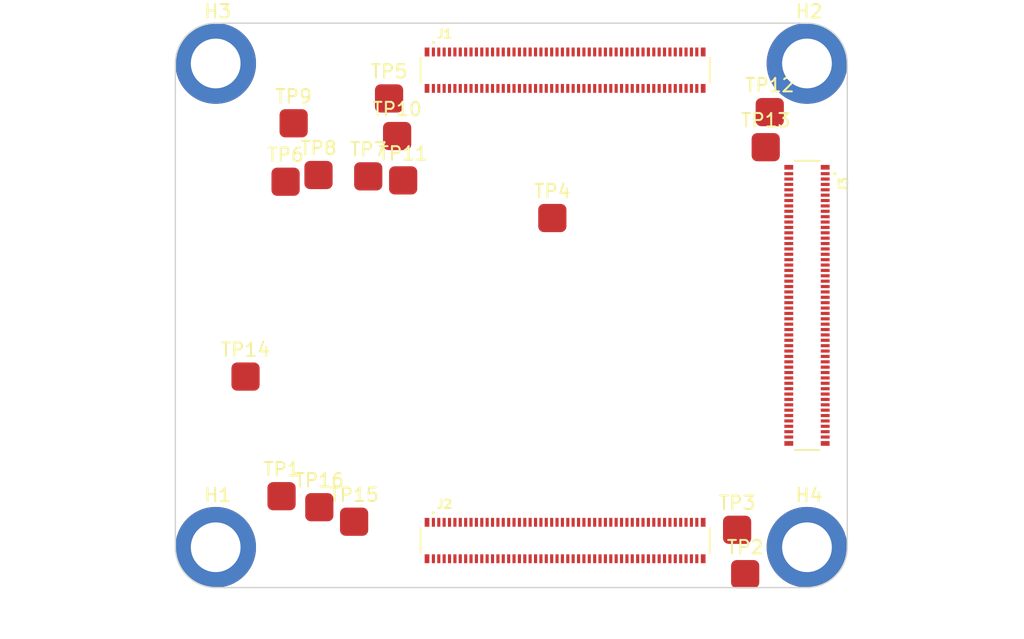
<source format=kicad_pcb>
(kicad_pcb (version 20240108) (generator "pcbnew") (generator_version "8.0")
  (layers (0 "F.Cu" signal) (31 "B.Cu" signal) (34 "B.Paste" user) (35 "F.Paste" user) (36 "B.SilkS" user "B.Silkscreen") (37 "F.SilkS" user "F.Silkscreen") (38 "B.Mask" user) (39 "F.Mask" user) (44 "Edge.Cuts" user))
  (net 0 "")
  (footprint "Pogo_Pin_2mm_Base" (layer "F.Cu") (at 151.43 100.23)
    (property "Reference" "TP13" (at 0 -2 0) (layer "F.SilkS"))
    (property "Value" "Pogo_Pin_2mm_Base")
    (pad "1" smd roundrect (at 0 0) (size 2.1 2.1) (layers "F.Cu" "F.Paste" "F.Mask") (roundrect_rratio 0.2))
  )
  (footprint "Pogo_Pin_2mm_Base" (layer "F.Cu") (at 151.73 97.62)
    (property "Reference" "TP12" (at 0 -2 0) (layer "F.SilkS"))
    (property "Value" "Pogo_Pin_2mm_Base")
    (pad "1" smd roundrect (at 0 0) (size 2.1 2.1) (layers "F.Cu" "F.Paste" "F.Mask") (roundrect_rratio 0.2))
  )
  (footprint "Pogo_Pin_2mm_Base" (layer "F.Cu") (at 118.15 102.3)
    (property "Reference" "TP8" (at 0 -2 0) (layer "F.SilkS"))
    (property "Value" "Pogo_Pin_2mm_Base")
    (pad "1" smd roundrect (at 0 0) (size 2.1 2.1) (layers "F.Cu" "F.Paste" "F.Mask") (roundrect_rratio 0.2))
  )
  (footprint "Pogo_Pin_2mm_Base" (layer "F.Cu") (at 124.45 102.7)
    (property "Reference" "TP11" (at 0 -2 0) (layer "F.SilkS"))
    (property "Value" "Pogo_Pin_2mm_Base")
    (pad "1" smd roundrect (at 0 0) (size 2.1 2.1) (layers "F.Cu" "F.Paste" "F.Mask") (roundrect_rratio 0.2))
  )
  (footprint "Standoff_M2.5x3mm__Wurth_9774030151R" (layer "F.Cu") (at 154.5 130)
    (property "Reference" "H4" (at 0.15 -3.875 0) (layer "F.SilkS"))
    (property "Value" "Standoff_M2.5x3mm__Wurth_9774030151R")
    (pad "" np_thru_hole circle (at 0 0) (size 6 6) (drill 3.7) (layers "F&B.Cu" "*.Mask"))
  )
  (footprint "Pogo_Pin_2mm_Base" (layer "F.Cu") (at 135.55 105.5)
    (property "Reference" "TP4" (at 0 -2 0) (layer "F.SilkS"))
    (property "Value" "Pogo_Pin_2mm_Base")
    (pad "1" smd roundrect (at 0 0) (size 2.1 2.1) (layers "F.Cu" "F.Paste" "F.Mask") (roundrect_rratio 0.2))
  )
  (footprint "HRS_DF40C-100DP-0.4V_51_" (layer "F.Cu") (at 154.5 112 -90)
    (property "Reference" "J3" (at -8.978 -2.7064 -90) (layer "F.SilkS") (effects (font (size 0.64 0.64))))
    (property "Value" "HRS_DF40C-100DP-0.4V_51_")
    (fp_line (start -10.76 0.925) (end -10.76 -0.925) (stroke (width 0.127)) (layer "F.SilkS"))
    (fp_line (start 10.76 -0.925) (end 10.76 0.925) (stroke (width 0.127)) (layer "F.SilkS"))
    (fp_circle (center -9.8 -2.065) (end -9.74 -2.065) (stroke (width 0.12)) (fill none) (layer "F.SilkS"))
    (pad "1" smd rect (at -9.8 -1.355 270) (size 0.23 0.66) (layers "F.Cu" "F.Paste" "F.Mask"))
    (pad "2" smd rect (at -9.8 1.355 270) (size 0.23 0.66) (layers "F.Cu" "F.Paste" "F.Mask"))
    (pad "3" smd rect (at -9.4 -1.355 270) (size 0.23 0.66) (layers "F.Cu" "F.Paste" "F.Mask"))
    (pad "4" smd rect (at -9.4 1.355 270) (size 0.23 0.66) (layers "F.Cu" "F.Paste" "F.Mask"))
    (pad "5" smd rect (at -9 -1.355 270) (size 0.23 0.66) (layers "F.Cu" "F.Paste" "F.Mask"))
    (pad "6" smd rect (at -9 1.355 270) (size 0.23 0.66) (layers "F.Cu" "F.Paste" "F.Mask"))
    (pad "7" smd rect (at -8.6 -1.355 270) (size 0.23 0.66) (layers "F.Cu" "F.Paste" "F.Mask"))
    (pad "8" smd rect (at -8.6 1.355 270) (size 0.23 0.66) (layers "F.Cu" "F.Paste" "F.Mask"))
    (pad "9" smd rect (at -8.2 -1.355 270) (size 0.23 0.66) (layers "F.Cu" "F.Paste" "F.Mask"))
    (pad "10" smd rect (at -8.2 1.355 270) (size 0.23 0.66) (layers "F.Cu" "F.Paste" "F.Mask"))
    (pad "11" smd rect (at -7.8 -1.355 270) (size 0.23 0.66) (layers "F.Cu" "F.Paste" "F.Mask"))
    (pad "12" smd rect (at -7.8 1.355 270) (size 0.23 0.66) (layers "F.Cu" "F.Paste" "F.Mask"))
    (pad "13" smd rect (at -7.4 -1.355 270) (size 0.23 0.66) (layers "F.Cu" "F.Paste" "F.Mask"))
    (pad "14" smd rect (at -7.4 1.355 270) (size 0.23 0.66) (layers "F.Cu" "F.Paste" "F.Mask"))
    (pad "15" smd rect (at -7 -1.355 270) (size 0.23 0.66) (layers "F.Cu" "F.Paste" "F.Mask"))
    (pad "16" smd rect (at -7 1.355 270) (size 0.23 0.66) (layers "F.Cu" "F.Paste" "F.Mask"))
    (pad "17" smd rect (at -6.6 -1.355 270) (size 0.23 0.66) (layers "F.Cu" "F.Paste" "F.Mask"))
    (pad "18" smd rect (at -6.6 1.355 270) (size 0.23 0.66) (layers "F.Cu" "F.Paste" "F.Mask"))
    (pad "19" smd rect (at -6.2 -1.355 270) (size 0.23 0.66) (layers "F.Cu" "F.Paste" "F.Mask"))
    (pad "20" smd rect (at -6.2 1.355 270) (size 0.23 0.66) (layers "F.Cu" "F.Paste" "F.Mask"))
    (pad "21" smd rect (at -5.8 -1.355 270) (size 0.23 0.66) (layers "F.Cu" "F.Paste" "F.Mask"))
    (pad "22" smd rect (at -5.8 1.355 270) (size 0.23 0.66) (layers "F.Cu" "F.Paste" "F.Mask"))
    (pad "23" smd rect (at -5.4 -1.355 270) (size 0.23 0.66) (layers "F.Cu" "F.Paste" "F.Mask"))
    (pad "24" smd rect (at -5.4 1.355 270) (size 0.23 0.66) (layers "F.Cu" "F.Paste" "F.Mask"))
    (pad "25" smd rect (at -5 -1.355 270) (size 0.23 0.66) (layers "F.Cu" "F.Paste" "F.Mask"))
    (pad "26" smd rect (at -5 1.355 270) (size 0.23 0.66) (layers "F.Cu" "F.Paste" "F.Mask"))
    (pad "27" smd rect (at -4.6 -1.355 270) (size 0.23 0.66) (layers "F.Cu" "F.Paste" "F.Mask"))
    (pad "28" smd rect (at -4.6 1.355 270) (size 0.23 0.66) (layers "F.Cu" "F.Paste" "F.Mask"))
    (pad "29" smd rect (at -4.2 -1.355 270) (size 0.23 0.66) (layers "F.Cu" "F.Paste" "F.Mask"))
    (pad "30" smd rect (at -4.2 1.355 270) (size 0.23 0.66) (layers "F.Cu" "F.Paste" "F.Mask"))
    (pad "31" smd rect (at -3.8 -1.355 270) (size 0.23 0.66) (layers "F.Cu" "F.Paste" "F.Mask"))
    (pad "32" smd rect (at -3.8 1.355 270) (size 0.23 0.66) (layers "F.Cu" "F.Paste" "F.Mask"))
    (pad "33" smd rect (at -3.4 -1.355 270) (size 0.23 0.66) (layers "F.Cu" "F.Paste" "F.Mask"))
    (pad "34" smd rect (at -3.4 1.355 270) (size 0.23 0.66) (layers "F.Cu" "F.Paste" "F.Mask"))
    (pad "35" smd rect (at -3 -1.355 270) (size 0.23 0.66) (layers "F.Cu" "F.Paste" "F.Mask"))
    (pad "36" smd rect (at -3 1.355 270) (size 0.23 0.66) (layers "F.Cu" "F.Paste" "F.Mask"))
    (pad "37" smd rect (at -2.6 -1.355 270) (size 0.23 0.66) (layers "F.Cu" "F.Paste" "F.Mask"))
    (pad "38" smd rect (at -2.6 1.355 270) (size 0.23 0.66) (layers "F.Cu" "F.Paste" "F.Mask"))
    (pad "39" smd rect (at -2.2 -1.355 270) (size 0.23 0.66) (layers "F.Cu" "F.Paste" "F.Mask"))
    (pad "40" smd rect (at -2.2 1.355 270) (size 0.23 0.66) (layers "F.Cu" "F.Paste" "F.Mask"))
    (pad "41" smd rect (at -1.8 -1.355 270) (size 0.23 0.66) (layers "F.Cu" "F.Paste" "F.Mask"))
    (pad "42" smd rect (at -1.8 1.355 270) (size 0.23 0.66) (layers "F.Cu" "F.Paste" "F.Mask"))
    (pad "43" smd rect (at -1.4 -1.355 270) (size 0.23 0.66) (layers "F.Cu" "F.Paste" "F.Mask"))
    (pad "44" smd rect (at -1.4 1.355 270) (size 0.23 0.66) (layers "F.Cu" "F.Paste" "F.Mask"))
    (pad "45" smd rect (at -1 -1.355 270) (size 0.23 0.66) (layers "F.Cu" "F.Paste" "F.Mask"))
    (pad "46" smd rect (at -1 1.355 270) (size 0.23 0.66) (layers "F.Cu" "F.Paste" "F.Mask"))
    (pad "47" smd rect (at -0.6 -1.355 270) (size 0.23 0.66) (layers "F.Cu" "F.Paste" "F.Mask"))
    (pad "48" smd rect (at -0.6 1.355 270) (size 0.23 0.66) (layers "F.Cu" "F.Paste" "F.Mask"))
    (pad "49" smd rect (at -0.2 -1.355 270) (size 0.23 0.66) (layers "F.Cu" "F.Paste" "F.Mask"))
    (pad "50" smd rect (at -0.2 1.355 270) (size 0.23 0.66) (layers "F.Cu" "F.Paste" "F.Mask"))
    (pad "51" smd rect (at 0.2 -1.355 270) (size 0.23 0.66) (layers "F.Cu" "F.Paste" "F.Mask"))
    (pad "52" smd rect (at 0.2 1.355 270) (size 0.23 0.66) (layers "F.Cu" "F.Paste" "F.Mask"))
    (pad "53" smd rect (at 0.6 -1.355 270) (size 0.23 0.66) (layers "F.Cu" "F.Paste" "F.Mask"))
    (pad "54" smd rect (at 0.6 1.355 270) (size 0.23 0.66) (layers "F.Cu" "F.Paste" "F.Mask"))
    (pad "55" smd rect (at 1 -1.355 270) (size 0.23 0.66) (layers "F.Cu" "F.Paste" "F.Mask"))
    (pad "56" smd rect (at 1 1.355 270) (size 0.23 0.66) (layers "F.Cu" "F.Paste" "F.Mask"))
    (pad "57" smd rect (at 1.4 -1.355 270) (size 0.23 0.66) (layers "F.Cu" "F.Paste" "F.Mask"))
    (pad "58" smd rect (at 1.4 1.355 270) (size 0.23 0.66) (layers "F.Cu" "F.Paste" "F.Mask"))
    (pad "59" smd rect (at 1.8 -1.355 270) (size 0.23 0.66) (layers "F.Cu" "F.Paste" "F.Mask"))
    (pad "60" smd rect (at 1.8 1.355 270) (size 0.23 0.66) (layers "F.Cu" "F.Paste" "F.Mask"))
    (pad "61" smd rect (at 2.2 -1.355 270) (size 0.23 0.66) (layers "F.Cu" "F.Paste" "F.Mask"))
    (pad "62" smd rect (at 2.2 1.355 270) (size 0.23 0.66) (layers "F.Cu" "F.Paste" "F.Mask"))
    (pad "63" smd rect (at 2.6 -1.355 270) (size 0.23 0.66) (layers "F.Cu" "F.Paste" "F.Mask"))
    (pad "64" smd rect (at 2.6 1.355 270) (size 0.23 0.66) (layers "F.Cu" "F.Paste" "F.Mask"))
    (pad "65" smd rect (at 3 -1.355 270) (size 0.23 0.66) (layers "F.Cu" "F.Paste" "F.Mask"))
    (pad "66" smd rect (at 3 1.355 270) (size 0.23 0.66) (layers "F.Cu" "F.Paste" "F.Mask"))
    (pad "67" smd rect (at 3.4 -1.355 270) (size 0.23 0.66) (layers "F.Cu" "F.Paste" "F.Mask"))
    (pad "68" smd rect (at 3.4 1.355 270) (size 0.23 0.66) (layers "F.Cu" "F.Paste" "F.Mask"))
    (pad "69" smd rect (at 3.8 -1.355 270) (size 0.23 0.66) (layers "F.Cu" "F.Paste" "F.Mask"))
    (pad "70" smd rect (at 3.8 1.355 270) (size 0.23 0.66) (layers "F.Cu" "F.Paste" "F.Mask"))
    (pad "71" smd rect (at 4.2 -1.355 270) (size 0.23 0.66) (layers "F.Cu" "F.Paste" "F.Mask"))
    (pad "72" smd rect (at 4.2 1.355 270) (size 0.23 0.66) (layers "F.Cu" "F.Paste" "F.Mask"))
    (pad "73" smd rect (at 4.6 -1.355 270) (size 0.23 0.66) (layers "F.Cu" "F.Paste" "F.Mask"))
    (pad "74" smd rect (at 4.6 1.355 270) (size 0.23 0.66) (layers "F.Cu" "F.Paste" "F.Mask"))
    (pad "75" smd rect (at 5 -1.355 270) (size 0.23 0.66) (layers "F.Cu" "F.Paste" "F.Mask"))
    (pad "76" smd rect (at 5 1.355 270) (size 0.23 0.66) (layers "F.Cu" "F.Paste" "F.Mask"))
    (pad "77" smd rect (at 5.4 -1.355 270) (size 0.23 0.66) (layers "F.Cu" "F.Paste" "F.Mask"))
    (pad "78" smd rect (at 5.4 1.355 270) (size 0.23 0.66) (layers "F.Cu" "F.Paste" "F.Mask"))
    (pad "79" smd rect (at 5.8 -1.355 270) (size 0.23 0.66) (layers "F.Cu" "F.Paste" "F.Mask"))
    (pad "80" smd rect (at 5.8 1.355 270) (size 0.23 0.66) (layers "F.Cu" "F.Paste" "F.Mask"))
    (pad "81" smd rect (at 6.2 -1.355 270) (size 0.23 0.66) (layers "F.Cu" "F.Paste" "F.Mask"))
    (pad "82" smd rect (at 6.2 1.355 270) (size 0.23 0.66) (layers "F.Cu" "F.Paste" "F.Mask"))
    (pad "83" smd rect (at 6.6 -1.355 270) (size 0.23 0.66) (layers "F.Cu" "F.Paste" "F.Mask"))
    (pad "84" smd rect (at 6.6 1.355 270) (size 0.23 0.66) (layers "F.Cu" "F.Paste" "F.Mask"))
    (pad "85" smd rect (at 7 -1.355 270) (size 0.23 0.66) (layers "F.Cu" "F.Paste" "F.Mask"))
    (pad "86" smd rect (at 7 1.355 270) (size 0.23 0.66) (layers "F.Cu" "F.Paste" "F.Mask"))
    (pad "87" smd rect (at 7.4 -1.355 270) (size 0.23 0.66) (layers "F.Cu" "F.Paste" "F.Mask"))
    (pad "88" smd rect (at 7.4 1.355 270) (size 0.23 0.66) (layers "F.Cu" "F.Paste" "F.Mask"))
    (pad "89" smd rect (at 7.8 -1.355 270) (size 0.23 0.66) (layers "F.Cu" "F.Paste" "F.Mask"))
    (pad "90" smd rect (at 7.8 1.355 270) (size 0.23 0.66) (layers "F.Cu" "F.Paste" "F.Mask"))
    (pad "91" smd rect (at 8.2 -1.355 270) (size 0.23 0.66) (layers "F.Cu" "F.Paste" "F.Mask"))
    (pad "92" smd rect (at 8.2 1.355 270) (size 0.23 0.66) (layers "F.Cu" "F.Paste" "F.Mask"))
    (pad "93" smd rect (at 8.6 -1.355 270) (size 0.23 0.66) (layers "F.Cu" "F.Paste" "F.Mask"))
    (pad "94" smd rect (at 8.6 1.355 270) (size 0.23 0.66) (layers "F.Cu" "F.Paste" "F.Mask"))
    (pad "95" smd rect (at 9 -1.355 270) (size 0.23 0.66) (layers "F.Cu" "F.Paste" "F.Mask"))
    (pad "96" smd rect (at 9 1.355 270) (size 0.23 0.66) (layers "F.Cu" "F.Paste" "F.Mask"))
    (pad "97" smd rect (at 9.4 -1.355 270) (size 0.23 0.66) (layers "F.Cu" "F.Paste" "F.Mask"))
    (pad "98" smd rect (at 9.4 1.355 270) (size 0.23 0.66) (layers "F.Cu" "F.Paste" "F.Mask"))
    (pad "99" smd rect (at 9.8 -1.355 270) (size 0.23 0.66) (layers "F.Cu" "F.Paste" "F.Mask"))
    (pad "100" smd rect (at 9.8 1.355 270) (size 0.23 0.66) (layers "F.Cu" "F.Paste" "F.Mask"))
    (pad "S1" smd rect (at -10.275 -1.355 270) (size 0.35 0.66) (layers "F.Cu" "F.Paste" "F.Mask"))
    (pad "S2" smd rect (at -10.275 1.355 270) (size 0.35 0.66) (layers "F.Cu" "F.Paste" "F.Mask"))
    (pad "S3" smd rect (at 10.275 -1.355 270) (size 0.35 0.66) (layers "F.Cu" "F.Paste" "F.Mask"))
    (pad "S4" smd rect (at 10.275 1.355 270) (size 0.35 0.66) (layers "F.Cu" "F.Paste" "F.Mask"))
  )
  (footprint "Pogo_Pin_2mm_Base" (layer "F.Cu") (at 115.7 102.8)
    (property "Reference" "TP6" (at 0 -2 0) (layer "F.SilkS"))
    (property "Value" "Pogo_Pin_2mm_Base")
    (pad "1" smd roundrect (at 0 0) (size 2.1 2.1) (layers "F.Cu" "F.Paste" "F.Mask") (roundrect_rratio 0.2))
  )
  (footprint "Pogo_Pin_2mm_Base" (layer "F.Cu") (at 149.9 132)
    (property "Reference" "TP2" (at 0 -2 0) (layer "F.SilkS"))
    (property "Value" "Pogo_Pin_2mm_Base")
    (pad "1" smd roundrect (at 0 0) (size 2.1 2.1) (layers "F.Cu" "F.Paste" "F.Mask") (roundrect_rratio 0.2))
  )
  (footprint "Pogo_Pin_2mm_Base" (layer "F.Cu") (at 115.4 126.2)
    (property "Reference" "TP1" (at 0 -2 0) (layer "F.SilkS"))
    (property "Value" "Pogo_Pin_2mm_Base")
    (pad "1" smd roundrect (at 0 0) (size 2.1 2.1) (layers "F.Cu" "F.Paste" "F.Mask") (roundrect_rratio 0.2))
  )
  (footprint "Pogo_Pin_2mm_Base" (layer "F.Cu") (at 123.4 96.6)
    (property "Reference" "TP5" (at 0 -2 0) (layer "F.SilkS"))
    (property "Value" "Pogo_Pin_2mm_Base")
    (pad "1" smd roundrect (at 0 0) (size 2.1 2.1) (layers "F.Cu" "F.Paste" "F.Mask") (roundrect_rratio 0.2))
  )
  (footprint "Standoff_M2.5x3mm__Wurth_9774030151R" (layer "F.Cu") (at 110.5 94)
    (property "Reference" "H3" (at 0.15 -3.875 0) (layer "F.SilkS"))
    (property "Value" "Standoff_M2.5x3mm__Wurth_9774030151R")
    (pad "" np_thru_hole circle (at 0 0) (size 6 6) (drill 3.7) (layers "F&B.Cu" "*.Mask"))
  )
  (footprint "Pogo_Pin_2mm_Base" (layer "F.Cu") (at 118.21 127.02)
    (property "Reference" "TP16" (at 0 -2 0) (layer "F.SilkS"))
    (property "Value" "Pogo_Pin_2mm_Base")
    (pad "1" smd roundrect (at 0 0) (size 2.1 2.1) (layers "F.Cu" "F.Paste" "F.Mask") (roundrect_rratio 0.2))
  )
  (footprint "Pogo_Pin_2mm_Base" (layer "F.Cu") (at 120.8 128.1)
    (property "Reference" "TP15" (at 0 -2 0) (layer "F.SilkS"))
    (property "Value" "Pogo_Pin_2mm_Base")
    (pad "1" smd roundrect (at 0 0) (size 2.1 2.1) (layers "F.Cu" "F.Paste" "F.Mask") (roundrect_rratio 0.2))
  )
  (footprint "Standoff_M2.5x3mm__Wurth_9774030151R" (layer "F.Cu") (at 154.5 94)
    (property "Reference" "H2" (at 0.15 -3.875 0) (layer "F.SilkS"))
    (property "Value" "Standoff_M2.5x3mm__Wurth_9774030151R")
    (pad "" np_thru_hole circle (at 0 0) (size 6 6) (drill 3.7) (layers "F&B.Cu" "*.Mask"))
  )
  (footprint "HRS_DF40C-100DP-0.4V_51_" (layer "F.Cu") (at 136.5 129.5)
    (property "Reference" "J2" (at -8.978 -2.7064 0) (layer "F.SilkS") (effects (font (size 0.64 0.64))))
    (property "Value" "HRS_DF40C-100DP-0.4V_51_")
    (fp_line (start -10.76 0.925) (end -10.76 -0.925) (stroke (width 0.127)) (layer "F.SilkS"))
    (fp_line (start 10.76 -0.925) (end 10.76 0.925) (stroke (width 0.127)) (layer "F.SilkS"))
    (fp_circle (center -9.8 -2.065) (end -9.74 -2.065) (stroke (width 0.12)) (fill none) (layer "F.SilkS"))
    (pad "1" smd rect (at -9.8 -1.355) (size 0.23 0.66) (layers "F.Cu" "F.Paste" "F.Mask"))
    (pad "2" smd rect (at -9.8 1.355) (size 0.23 0.66) (layers "F.Cu" "F.Paste" "F.Mask"))
    (pad "3" smd rect (at -9.4 -1.355) (size 0.23 0.66) (layers "F.Cu" "F.Paste" "F.Mask"))
    (pad "4" smd rect (at -9.4 1.355) (size 0.23 0.66) (layers "F.Cu" "F.Paste" "F.Mask"))
    (pad "5" smd rect (at -9 -1.355) (size 0.23 0.66) (layers "F.Cu" "F.Paste" "F.Mask"))
    (pad "6" smd rect (at -9 1.355) (size 0.23 0.66) (layers "F.Cu" "F.Paste" "F.Mask"))
    (pad "7" smd rect (at -8.6 -1.355) (size 0.23 0.66) (layers "F.Cu" "F.Paste" "F.Mask"))
    (pad "8" smd rect (at -8.6 1.355) (size 0.23 0.66) (layers "F.Cu" "F.Paste" "F.Mask"))
    (pad "9" smd rect (at -8.2 -1.355) (size 0.23 0.66) (layers "F.Cu" "F.Paste" "F.Mask"))
    (pad "10" smd rect (at -8.2 1.355) (size 0.23 0.66) (layers "F.Cu" "F.Paste" "F.Mask"))
    (pad "11" smd rect (at -7.8 -1.355) (size 0.23 0.66) (layers "F.Cu" "F.Paste" "F.Mask"))
    (pad "12" smd rect (at -7.8 1.355) (size 0.23 0.66) (layers "F.Cu" "F.Paste" "F.Mask"))
    (pad "13" smd rect (at -7.4 -1.355) (size 0.23 0.66) (layers "F.Cu" "F.Paste" "F.Mask"))
    (pad "14" smd rect (at -7.4 1.355) (size 0.23 0.66) (layers "F.Cu" "F.Paste" "F.Mask"))
    (pad "15" smd rect (at -7 -1.355) (size 0.23 0.66) (layers "F.Cu" "F.Paste" "F.Mask"))
    (pad "16" smd rect (at -7 1.355) (size 0.23 0.66) (layers "F.Cu" "F.Paste" "F.Mask"))
    (pad "17" smd rect (at -6.6 -1.355) (size 0.23 0.66) (layers "F.Cu" "F.Paste" "F.Mask"))
    (pad "18" smd rect (at -6.6 1.355) (size 0.23 0.66) (layers "F.Cu" "F.Paste" "F.Mask"))
    (pad "19" smd rect (at -6.2 -1.355) (size 0.23 0.66) (layers "F.Cu" "F.Paste" "F.Mask"))
    (pad "20" smd rect (at -6.2 1.355) (size 0.23 0.66) (layers "F.Cu" "F.Paste" "F.Mask"))
    (pad "21" smd rect (at -5.8 -1.355) (size 0.23 0.66) (layers "F.Cu" "F.Paste" "F.Mask"))
    (pad "22" smd rect (at -5.8 1.355) (size 0.23 0.66) (layers "F.Cu" "F.Paste" "F.Mask"))
    (pad "23" smd rect (at -5.4 -1.355) (size 0.23 0.66) (layers "F.Cu" "F.Paste" "F.Mask"))
    (pad "24" smd rect (at -5.4 1.355) (size 0.23 0.66) (layers "F.Cu" "F.Paste" "F.Mask"))
    (pad "25" smd rect (at -5 -1.355) (size 0.23 0.66) (layers "F.Cu" "F.Paste" "F.Mask"))
    (pad "26" smd rect (at -5 1.355) (size 0.23 0.66) (layers "F.Cu" "F.Paste" "F.Mask"))
    (pad "27" smd rect (at -4.6 -1.355) (size 0.23 0.66) (layers "F.Cu" "F.Paste" "F.Mask"))
    (pad "28" smd rect (at -4.6 1.355) (size 0.23 0.66) (layers "F.Cu" "F.Paste" "F.Mask"))
    (pad "29" smd rect (at -4.2 -1.355) (size 0.23 0.66) (layers "F.Cu" "F.Paste" "F.Mask"))
    (pad "30" smd rect (at -4.2 1.355) (size 0.23 0.66) (layers "F.Cu" "F.Paste" "F.Mask"))
    (pad "31" smd rect (at -3.8 -1.355) (size 0.23 0.66) (layers "F.Cu" "F.Paste" "F.Mask"))
    (pad "32" smd rect (at -3.8 1.355) (size 0.23 0.66) (layers "F.Cu" "F.Paste" "F.Mask"))
    (pad "33" smd rect (at -3.4 -1.355) (size 0.23 0.66) (layers "F.Cu" "F.Paste" "F.Mask"))
    (pad "34" smd rect (at -3.4 1.355) (size 0.23 0.66) (layers "F.Cu" "F.Paste" "F.Mask"))
    (pad "35" smd rect (at -3 -1.355) (size 0.23 0.66) (layers "F.Cu" "F.Paste" "F.Mask"))
    (pad "36" smd rect (at -3 1.355) (size 0.23 0.66) (layers "F.Cu" "F.Paste" "F.Mask"))
    (pad "37" smd rect (at -2.6 -1.355) (size 0.23 0.66) (layers "F.Cu" "F.Paste" "F.Mask"))
    (pad "38" smd rect (at -2.6 1.355) (size 0.23 0.66) (layers "F.Cu" "F.Paste" "F.Mask"))
    (pad "39" smd rect (at -2.2 -1.355) (size 0.23 0.66) (layers "F.Cu" "F.Paste" "F.Mask"))
    (pad "40" smd rect (at -2.2 1.355) (size 0.23 0.66) (layers "F.Cu" "F.Paste" "F.Mask"))
    (pad "41" smd rect (at -1.8 -1.355) (size 0.23 0.66) (layers "F.Cu" "F.Paste" "F.Mask"))
    (pad "42" smd rect (at -1.8 1.355) (size 0.23 0.66) (layers "F.Cu" "F.Paste" "F.Mask"))
    (pad "43" smd rect (at -1.4 -1.355) (size 0.23 0.66) (layers "F.Cu" "F.Paste" "F.Mask"))
    (pad "44" smd rect (at -1.4 1.355) (size 0.23 0.66) (layers "F.Cu" "F.Paste" "F.Mask"))
    (pad "45" smd rect (at -1 -1.355) (size 0.23 0.66) (layers "F.Cu" "F.Paste" "F.Mask"))
    (pad "46" smd rect (at -1 1.355) (size 0.23 0.66) (layers "F.Cu" "F.Paste" "F.Mask"))
    (pad "47" smd rect (at -0.6 -1.355) (size 0.23 0.66) (layers "F.Cu" "F.Paste" "F.Mask"))
    (pad "48" smd rect (at -0.6 1.355) (size 0.23 0.66) (layers "F.Cu" "F.Paste" "F.Mask"))
    (pad "49" smd rect (at -0.2 -1.355) (size 0.23 0.66) (layers "F.Cu" "F.Paste" "F.Mask"))
    (pad "50" smd rect (at -0.2 1.355) (size 0.23 0.66) (layers "F.Cu" "F.Paste" "F.Mask"))
    (pad "51" smd rect (at 0.2 -1.355) (size 0.23 0.66) (layers "F.Cu" "F.Paste" "F.Mask"))
    (pad "52" smd rect (at 0.2 1.355) (size 0.23 0.66) (layers "F.Cu" "F.Paste" "F.Mask"))
    (pad "53" smd rect (at 0.6 -1.355) (size 0.23 0.66) (layers "F.Cu" "F.Paste" "F.Mask"))
    (pad "54" smd rect (at 0.6 1.355) (size 0.23 0.66) (layers "F.Cu" "F.Paste" "F.Mask"))
    (pad "55" smd rect (at 1 -1.355) (size 0.23 0.66) (layers "F.Cu" "F.Paste" "F.Mask"))
    (pad "56" smd rect (at 1 1.355) (size 0.23 0.66) (layers "F.Cu" "F.Paste" "F.Mask"))
    (pad "57" smd rect (at 1.4 -1.355) (size 0.23 0.66) (layers "F.Cu" "F.Paste" "F.Mask"))
    (pad "58" smd rect (at 1.4 1.355) (size 0.23 0.66) (layers "F.Cu" "F.Paste" "F.Mask"))
    (pad "59" smd rect (at 1.8 -1.355) (size 0.23 0.66) (layers "F.Cu" "F.Paste" "F.Mask"))
    (pad "60" smd rect (at 1.8 1.355) (size 0.23 0.66) (layers "F.Cu" "F.Paste" "F.Mask"))
    (pad "61" smd rect (at 2.2 -1.355) (size 0.23 0.66) (layers "F.Cu" "F.Paste" "F.Mask"))
    (pad "62" smd rect (at 2.2 1.355) (size 0.23 0.66) (layers "F.Cu" "F.Paste" "F.Mask"))
    (pad "63" smd rect (at 2.6 -1.355) (size 0.23 0.66) (layers "F.Cu" "F.Paste" "F.Mask"))
    (pad "64" smd rect (at 2.6 1.355) (size 0.23 0.66) (layers "F.Cu" "F.Paste" "F.Mask"))
    (pad "65" smd rect (at 3 -1.355) (size 0.23 0.66) (layers "F.Cu" "F.Paste" "F.Mask"))
    (pad "66" smd rect (at 3 1.355) (size 0.23 0.66) (layers "F.Cu" "F.Paste" "F.Mask"))
    (pad "67" smd rect (at 3.4 -1.355) (size 0.23 0.66) (layers "F.Cu" "F.Paste" "F.Mask"))
    (pad "68" smd rect (at 3.4 1.355) (size 0.23 0.66) (layers "F.Cu" "F.Paste" "F.Mask"))
    (pad "69" smd rect (at 3.8 -1.355) (size 0.23 0.66) (layers "F.Cu" "F.Paste" "F.Mask"))
    (pad "70" smd rect (at 3.8 1.355) (size 0.23 0.66) (layers "F.Cu" "F.Paste" "F.Mask"))
    (pad "71" smd rect (at 4.2 -1.355) (size 0.23 0.66) (layers "F.Cu" "F.Paste" "F.Mask"))
    (pad "72" smd rect (at 4.2 1.355) (size 0.23 0.66) (layers "F.Cu" "F.Paste" "F.Mask"))
    (pad "73" smd rect (at 4.6 -1.355) (size 0.23 0.66) (layers "F.Cu" "F.Paste" "F.Mask"))
    (pad "74" smd rect (at 4.6 1.355) (size 0.23 0.66) (layers "F.Cu" "F.Paste" "F.Mask"))
    (pad "75" smd rect (at 5 -1.355) (size 0.23 0.66) (layers "F.Cu" "F.Paste" "F.Mask"))
    (pad "76" smd rect (at 5 1.355) (size 0.23 0.66) (layers "F.Cu" "F.Paste" "F.Mask"))
    (pad "77" smd rect (at 5.4 -1.355) (size 0.23 0.66) (layers "F.Cu" "F.Paste" "F.Mask"))
    (pad "78" smd rect (at 5.4 1.355) (size 0.23 0.66) (layers "F.Cu" "F.Paste" "F.Mask"))
    (pad "79" smd rect (at 5.8 -1.355) (size 0.23 0.66) (layers "F.Cu" "F.Paste" "F.Mask"))
    (pad "80" smd rect (at 5.8 1.355) (size 0.23 0.66) (layers "F.Cu" "F.Paste" "F.Mask"))
    (pad "81" smd rect (at 6.2 -1.355) (size 0.23 0.66) (layers "F.Cu" "F.Paste" "F.Mask"))
    (pad "82" smd rect (at 6.2 1.355) (size 0.23 0.66) (layers "F.Cu" "F.Paste" "F.Mask"))
    (pad "83" smd rect (at 6.6 -1.355) (size 0.23 0.66) (layers "F.Cu" "F.Paste" "F.Mask"))
    (pad "84" smd rect (at 6.6 1.355) (size 0.23 0.66) (layers "F.Cu" "F.Paste" "F.Mask"))
    (pad "85" smd rect (at 7 -1.355) (size 0.23 0.66) (layers "F.Cu" "F.Paste" "F.Mask"))
    (pad "86" smd rect (at 7 1.355) (size 0.23 0.66) (layers "F.Cu" "F.Paste" "F.Mask"))
    (pad "87" smd rect (at 7.4 -1.355) (size 0.23 0.66) (layers "F.Cu" "F.Paste" "F.Mask"))
    (pad "88" smd rect (at 7.4 1.355) (size 0.23 0.66) (layers "F.Cu" "F.Paste" "F.Mask"))
    (pad "89" smd rect (at 7.8 -1.355) (size 0.23 0.66) (layers "F.Cu" "F.Paste" "F.Mask"))
    (pad "90" smd rect (at 7.8 1.355) (size 0.23 0.66) (layers "F.Cu" "F.Paste" "F.Mask"))
    (pad "91" smd rect (at 8.2 -1.355) (size 0.23 0.66) (layers "F.Cu" "F.Paste" "F.Mask"))
    (pad "92" smd rect (at 8.2 1.355) (size 0.23 0.66) (layers "F.Cu" "F.Paste" "F.Mask"))
    (pad "93" smd rect (at 8.6 -1.355) (size 0.23 0.66) (layers "F.Cu" "F.Paste" "F.Mask"))
    (pad "94" smd rect (at 8.6 1.355) (size 0.23 0.66) (layers "F.Cu" "F.Paste" "F.Mask"))
    (pad "95" smd rect (at 9 -1.355) (size 0.23 0.66) (layers "F.Cu" "F.Paste" "F.Mask"))
    (pad "96" smd rect (at 9 1.355) (size 0.23 0.66) (layers "F.Cu" "F.Paste" "F.Mask"))
    (pad "97" smd rect (at 9.4 -1.355) (size 0.23 0.66) (layers "F.Cu" "F.Paste" "F.Mask"))
    (pad "98" smd rect (at 9.4 1.355) (size 0.23 0.66) (layers "F.Cu" "F.Paste" "F.Mask"))
    (pad "99" smd rect (at 9.8 -1.355) (size 0.23 0.66) (layers "F.Cu" "F.Paste" "F.Mask"))
    (pad "100" smd rect (at 9.8 1.355) (size 0.23 0.66) (layers "F.Cu" "F.Paste" "F.Mask"))
    (pad "S1" smd rect (at -10.275 -1.355) (size 0.35 0.66) (layers "F.Cu" "F.Paste" "F.Mask"))
    (pad "S2" smd rect (at -10.275 1.355) (size 0.35 0.66) (layers "F.Cu" "F.Paste" "F.Mask"))
    (pad "S3" smd rect (at 10.275 -1.355) (size 0.35 0.66) (layers "F.Cu" "F.Paste" "F.Mask"))
    (pad "S4" smd rect (at 10.275 1.355) (size 0.35 0.66) (layers "F.Cu" "F.Paste" "F.Mask"))
  )
  (footprint "Pogo_Pin_2mm_Base" (layer "F.Cu") (at 116.3 98.45)
    (property "Reference" "TP9" (at 0 -2 0) (layer "F.SilkS"))
    (property "Value" "Pogo_Pin_2mm_Base")
    (pad "1" smd roundrect (at 0 0) (size 2.1 2.1) (layers "F.Cu" "F.Paste" "F.Mask") (roundrect_rratio 0.2))
  )
  (footprint "Pogo_Pin_2mm_Base" (layer "F.Cu") (at 149.3 128.7)
    (property "Reference" "TP3" (at 0 -2 0) (layer "F.SilkS"))
    (property "Value" "Pogo_Pin_2mm_Base")
    (pad "1" smd roundrect (at 0 0) (size 2.1 2.1) (layers "F.Cu" "F.Paste" "F.Mask") (roundrect_rratio 0.2))
  )
  (footprint "Pogo_Pin_2mm_Base" (layer "F.Cu") (at 124 99.4)
    (property "Reference" "TP10" (at 0 -2 0) (layer "F.SilkS"))
    (property "Value" "Pogo_Pin_2mm_Base")
    (pad "1" smd roundrect (at 0 0) (size 2.1 2.1) (layers "F.Cu" "F.Paste" "F.Mask") (roundrect_rratio 0.2))
  )
  (footprint "Pogo_Pin_2mm_Base" (layer "F.Cu") (at 121.85 102.4)
    (property "Reference" "TP7" (at 0 -2 0) (layer "F.SilkS"))
    (property "Value" "Pogo_Pin_2mm_Base")
    (pad "1" smd roundrect (at 0 0) (size 2.1 2.1) (layers "F.Cu" "F.Paste" "F.Mask") (roundrect_rratio 0.2))
  )
  (footprint "Standoff_M2.5x3mm__Wurth_9774030151R" (layer "F.Cu") (at 110.5 130)
    (property "Reference" "H1" (at 0.15 -3.875 0) (layer "F.SilkS"))
    (property "Value" "Standoff_M2.5x3mm__Wurth_9774030151R")
    (pad "" np_thru_hole circle (at 0 0) (size 6 6) (drill 3.7) (layers "F&B.Cu" "*.Mask"))
  )
  (footprint "Pogo_Pin_2mm_Base" (layer "F.Cu") (at 112.72 117.3)
    (property "Reference" "TP14" (at 0 -2 0) (layer "F.SilkS"))
    (property "Value" "Pogo_Pin_2mm_Base")
    (pad "1" smd roundrect (at 0 0) (size 2.1 2.1) (layers "F.Cu" "F.Paste" "F.Mask") (roundrect_rratio 0.2))
  )
  (footprint "HRS_DF40C-100DP-0.4V_51_" (layer "F.Cu") (at 136.5 94.5)
    (property "Reference" "J1" (at -8.978 -2.7064 0) (layer "F.SilkS") (effects (font (size 0.64 0.64))))
    (property "Value" "HRS_DF40C-100DP-0.4V_51_")
    (fp_line (start -10.76 0.925) (end -10.76 -0.925) (stroke (width 0.127)) (layer "F.SilkS"))
    (fp_line (start 10.76 -0.925) (end 10.76 0.925) (stroke (width 0.127)) (layer "F.SilkS"))
    (fp_circle (center -9.8 -2.065) (end -9.74 -2.065) (stroke (width 0.12)) (fill none) (layer "F.SilkS"))
    (pad "1" smd rect (at -9.8 -1.355) (size 0.23 0.66) (layers "F.Cu" "F.Paste" "F.Mask"))
    (pad "2" smd rect (at -9.8 1.355) (size 0.23 0.66) (layers "F.Cu" "F.Paste" "F.Mask"))
    (pad "3" smd rect (at -9.4 -1.355) (size 0.23 0.66) (layers "F.Cu" "F.Paste" "F.Mask"))
    (pad "4" smd rect (at -9.4 1.355) (size 0.23 0.66) (layers "F.Cu" "F.Paste" "F.Mask"))
    (pad "5" smd rect (at -9 -1.355) (size 0.23 0.66) (layers "F.Cu" "F.Paste" "F.Mask"))
    (pad "6" smd rect (at -9 1.355) (size 0.23 0.66) (layers "F.Cu" "F.Paste" "F.Mask"))
    (pad "7" smd rect (at -8.6 -1.355) (size 0.23 0.66) (layers "F.Cu" "F.Paste" "F.Mask"))
    (pad "8" smd rect (at -8.6 1.355) (size 0.23 0.66) (layers "F.Cu" "F.Paste" "F.Mask"))
    (pad "9" smd rect (at -8.2 -1.355) (size 0.23 0.66) (layers "F.Cu" "F.Paste" "F.Mask"))
    (pad "10" smd rect (at -8.2 1.355) (size 0.23 0.66) (layers "F.Cu" "F.Paste" "F.Mask"))
    (pad "11" smd rect (at -7.8 -1.355) (size 0.23 0.66) (layers "F.Cu" "F.Paste" "F.Mask"))
    (pad "12" smd rect (at -7.8 1.355) (size 0.23 0.66) (layers "F.Cu" "F.Paste" "F.Mask"))
    (pad "13" smd rect (at -7.4 -1.355) (size 0.23 0.66) (layers "F.Cu" "F.Paste" "F.Mask"))
    (pad "14" smd rect (at -7.4 1.355) (size 0.23 0.66) (layers "F.Cu" "F.Paste" "F.Mask"))
    (pad "15" smd rect (at -7 -1.355) (size 0.23 0.66) (layers "F.Cu" "F.Paste" "F.Mask"))
    (pad "16" smd rect (at -7 1.355) (size 0.23 0.66) (layers "F.Cu" "F.Paste" "F.Mask"))
    (pad "17" smd rect (at -6.6 -1.355) (size 0.23 0.66) (layers "F.Cu" "F.Paste" "F.Mask"))
    (pad "18" smd rect (at -6.6 1.355) (size 0.23 0.66) (layers "F.Cu" "F.Paste" "F.Mask"))
    (pad "19" smd rect (at -6.2 -1.355) (size 0.23 0.66) (layers "F.Cu" "F.Paste" "F.Mask"))
    (pad "20" smd rect (at -6.2 1.355) (size 0.23 0.66) (layers "F.Cu" "F.Paste" "F.Mask"))
    (pad "21" smd rect (at -5.8 -1.355) (size 0.23 0.66) (layers "F.Cu" "F.Paste" "F.Mask"))
    (pad "22" smd rect (at -5.8 1.355) (size 0.23 0.66) (layers "F.Cu" "F.Paste" "F.Mask"))
    (pad "23" smd rect (at -5.4 -1.355) (size 0.23 0.66) (layers "F.Cu" "F.Paste" "F.Mask"))
    (pad "24" smd rect (at -5.4 1.355) (size 0.23 0.66) (layers "F.Cu" "F.Paste" "F.Mask"))
    (pad "25" smd rect (at -5 -1.355) (size 0.23 0.66) (layers "F.Cu" "F.Paste" "F.Mask"))
    (pad "26" smd rect (at -5 1.355) (size 0.23 0.66) (layers "F.Cu" "F.Paste" "F.Mask"))
    (pad "27" smd rect (at -4.6 -1.355) (size 0.23 0.66) (layers "F.Cu" "F.Paste" "F.Mask"))
    (pad "28" smd rect (at -4.6 1.355) (size 0.23 0.66) (layers "F.Cu" "F.Paste" "F.Mask"))
    (pad "29" smd rect (at -4.2 -1.355) (size 0.23 0.66) (layers "F.Cu" "F.Paste" "F.Mask"))
    (pad "30" smd rect (at -4.2 1.355) (size 0.23 0.66) (layers "F.Cu" "F.Paste" "F.Mask"))
    (pad "31" smd rect (at -3.8 -1.355) (size 0.23 0.66) (layers "F.Cu" "F.Paste" "F.Mask"))
    (pad "32" smd rect (at -3.8 1.355) (size 0.23 0.66) (layers "F.Cu" "F.Paste" "F.Mask"))
    (pad "33" smd rect (at -3.4 -1.355) (size 0.23 0.66) (layers "F.Cu" "F.Paste" "F.Mask"))
    (pad "34" smd rect (at -3.4 1.355) (size 0.23 0.66) (layers "F.Cu" "F.Paste" "F.Mask"))
    (pad "35" smd rect (at -3 -1.355) (size 0.23 0.66) (layers "F.Cu" "F.Paste" "F.Mask"))
    (pad "36" smd rect (at -3 1.355) (size 0.23 0.66) (layers "F.Cu" "F.Paste" "F.Mask"))
    (pad "37" smd rect (at -2.6 -1.355) (size 0.23 0.66) (layers "F.Cu" "F.Paste" "F.Mask"))
    (pad "38" smd rect (at -2.6 1.355) (size 0.23 0.66) (layers "F.Cu" "F.Paste" "F.Mask"))
    (pad "39" smd rect (at -2.2 -1.355) (size 0.23 0.66) (layers "F.Cu" "F.Paste" "F.Mask"))
    (pad "40" smd rect (at -2.2 1.355) (size 0.23 0.66) (layers "F.Cu" "F.Paste" "F.Mask"))
    (pad "41" smd rect (at -1.8 -1.355) (size 0.23 0.66) (layers "F.Cu" "F.Paste" "F.Mask"))
    (pad "42" smd rect (at -1.8 1.355) (size 0.23 0.66) (layers "F.Cu" "F.Paste" "F.Mask"))
    (pad "43" smd rect (at -1.4 -1.355) (size 0.23 0.66) (layers "F.Cu" "F.Paste" "F.Mask"))
    (pad "44" smd rect (at -1.4 1.355) (size 0.23 0.66) (layers "F.Cu" "F.Paste" "F.Mask"))
    (pad "45" smd rect (at -1 -1.355) (size 0.23 0.66) (layers "F.Cu" "F.Paste" "F.Mask"))
    (pad "46" smd rect (at -1 1.355) (size 0.23 0.66) (layers "F.Cu" "F.Paste" "F.Mask"))
    (pad "47" smd rect (at -0.6 -1.355) (size 0.23 0.66) (layers "F.Cu" "F.Paste" "F.Mask"))
    (pad "48" smd rect (at -0.6 1.355) (size 0.23 0.66) (layers "F.Cu" "F.Paste" "F.Mask"))
    (pad "49" smd rect (at -0.2 -1.355) (size 0.23 0.66) (layers "F.Cu" "F.Paste" "F.Mask"))
    (pad "50" smd rect (at -0.2 1.355) (size 0.23 0.66) (layers "F.Cu" "F.Paste" "F.Mask"))
    (pad "51" smd rect (at 0.2 -1.355) (size 0.23 0.66) (layers "F.Cu" "F.Paste" "F.Mask"))
    (pad "52" smd rect (at 0.2 1.355) (size 0.23 0.66) (layers "F.Cu" "F.Paste" "F.Mask"))
    (pad "53" smd rect (at 0.6 -1.355) (size 0.23 0.66) (layers "F.Cu" "F.Paste" "F.Mask"))
    (pad "54" smd rect (at 0.6 1.355) (size 0.23 0.66) (layers "F.Cu" "F.Paste" "F.Mask"))
    (pad "55" smd rect (at 1 -1.355) (size 0.23 0.66) (layers "F.Cu" "F.Paste" "F.Mask"))
    (pad "56" smd rect (at 1 1.355) (size 0.23 0.66) (layers "F.Cu" "F.Paste" "F.Mask"))
    (pad "57" smd rect (at 1.4 -1.355) (size 0.23 0.66) (layers "F.Cu" "F.Paste" "F.Mask"))
    (pad "58" smd rect (at 1.4 1.355) (size 0.23 0.66) (layers "F.Cu" "F.Paste" "F.Mask"))
    (pad "59" smd rect (at 1.8 -1.355) (size 0.23 0.66) (layers "F.Cu" "F.Paste" "F.Mask"))
    (pad "60" smd rect (at 1.8 1.355) (size 0.23 0.66) (layers "F.Cu" "F.Paste" "F.Mask"))
    (pad "61" smd rect (at 2.2 -1.355) (size 0.23 0.66) (layers "F.Cu" "F.Paste" "F.Mask"))
    (pad "62" smd rect (at 2.2 1.355) (size 0.23 0.66) (layers "F.Cu" "F.Paste" "F.Mask"))
    (pad "63" smd rect (at 2.6 -1.355) (size 0.23 0.66) (layers "F.Cu" "F.Paste" "F.Mask"))
    (pad "64" smd rect (at 2.6 1.355) (size 0.23 0.66) (layers "F.Cu" "F.Paste" "F.Mask"))
    (pad "65" smd rect (at 3 -1.355) (size 0.23 0.66) (layers "F.Cu" "F.Paste" "F.Mask"))
    (pad "66" smd rect (at 3 1.355) (size 0.23 0.66) (layers "F.Cu" "F.Paste" "F.Mask"))
    (pad "67" smd rect (at 3.4 -1.355) (size 0.23 0.66) (layers "F.Cu" "F.Paste" "F.Mask"))
    (pad "68" smd rect (at 3.4 1.355) (size 0.23 0.66) (layers "F.Cu" "F.Paste" "F.Mask"))
    (pad "69" smd rect (at 3.8 -1.355) (size 0.23 0.66) (layers "F.Cu" "F.Paste" "F.Mask"))
    (pad "70" smd rect (at 3.8 1.355) (size 0.23 0.66) (layers "F.Cu" "F.Paste" "F.Mask"))
    (pad "71" smd rect (at 4.2 -1.355) (size 0.23 0.66) (layers "F.Cu" "F.Paste" "F.Mask"))
    (pad "72" smd rect (at 4.2 1.355) (size 0.23 0.66) (layers "F.Cu" "F.Paste" "F.Mask"))
    (pad "73" smd rect (at 4.6 -1.355) (size 0.23 0.66) (layers "F.Cu" "F.Paste" "F.Mask"))
    (pad "74" smd rect (at 4.6 1.355) (size 0.23 0.66) (layers "F.Cu" "F.Paste" "F.Mask"))
    (pad "75" smd rect (at 5 -1.355) (size 0.23 0.66) (layers "F.Cu" "F.Paste" "F.Mask"))
    (pad "76" smd rect (at 5 1.355) (size 0.23 0.66) (layers "F.Cu" "F.Paste" "F.Mask"))
    (pad "77" smd rect (at 5.4 -1.355) (size 0.23 0.66) (layers "F.Cu" "F.Paste" "F.Mask"))
    (pad "78" smd rect (at 5.4 1.355) (size 0.23 0.66) (layers "F.Cu" "F.Paste" "F.Mask"))
    (pad "79" smd rect (at 5.8 -1.355) (size 0.23 0.66) (layers "F.Cu" "F.Paste" "F.Mask"))
    (pad "80" smd rect (at 5.8 1.355) (size 0.23 0.66) (layers "F.Cu" "F.Paste" "F.Mask"))
    (pad "81" smd rect (at 6.2 -1.355) (size 0.23 0.66) (layers "F.Cu" "F.Paste" "F.Mask"))
    (pad "82" smd rect (at 6.2 1.355) (size 0.23 0.66) (layers "F.Cu" "F.Paste" "F.Mask"))
    (pad "83" smd rect (at 6.6 -1.355) (size 0.23 0.66) (layers "F.Cu" "F.Paste" "F.Mask"))
    (pad "84" smd rect (at 6.6 1.355) (size 0.23 0.66) (layers "F.Cu" "F.Paste" "F.Mask"))
    (pad "85" smd rect (at 7 -1.355) (size 0.23 0.66) (layers "F.Cu" "F.Paste" "F.Mask"))
    (pad "86" smd rect (at 7 1.355) (size 0.23 0.66) (layers "F.Cu" "F.Paste" "F.Mask"))
    (pad "87" smd rect (at 7.4 -1.355) (size 0.23 0.66) (layers "F.Cu" "F.Paste" "F.Mask"))
    (pad "88" smd rect (at 7.4 1.355) (size 0.23 0.66) (layers "F.Cu" "F.Paste" "F.Mask"))
    (pad "89" smd rect (at 7.8 -1.355) (size 0.23 0.66) (layers "F.Cu" "F.Paste" "F.Mask"))
    (pad "90" smd rect (at 7.8 1.355) (size 0.23 0.66) (layers "F.Cu" "F.Paste" "F.Mask"))
    (pad "91" smd rect (at 8.2 -1.355) (size 0.23 0.66) (layers "F.Cu" "F.Paste" "F.Mask"))
    (pad "92" smd rect (at 8.2 1.355) (size 0.23 0.66) (layers "F.Cu" "F.Paste" "F.Mask"))
    (pad "93" smd rect (at 8.6 -1.355) (size 0.23 0.66) (layers "F.Cu" "F.Paste" "F.Mask"))
    (pad "94" smd rect (at 8.6 1.355) (size 0.23 0.66) (layers "F.Cu" "F.Paste" "F.Mask"))
    (pad "95" smd rect (at 9 -1.355) (size 0.23 0.66) (layers "F.Cu" "F.Paste" "F.Mask"))
    (pad "96" smd rect (at 9 1.355) (size 0.23 0.66) (layers "F.Cu" "F.Paste" "F.Mask"))
    (pad "97" smd rect (at 9.4 -1.355) (size 0.23 0.66) (layers "F.Cu" "F.Paste" "F.Mask"))
    (pad "98" smd rect (at 9.4 1.355) (size 0.23 0.66) (layers "F.Cu" "F.Paste" "F.Mask"))
    (pad "99" smd rect (at 9.8 -1.355) (size 0.23 0.66) (layers "F.Cu" "F.Paste" "F.Mask"))
    (pad "100" smd rect (at 9.8 1.355) (size 0.23 0.66) (layers "F.Cu" "F.Paste" "F.Mask"))
    (pad "S1" smd rect (at -10.275 -1.355) (size 0.35 0.66) (layers "F.Cu" "F.Paste" "F.Mask"))
    (pad "S2" smd rect (at -10.275 1.355) (size 0.35 0.66) (layers "F.Cu" "F.Paste" "F.Mask"))
    (pad "S3" smd rect (at 10.275 -1.355) (size 0.35 0.66) (layers "F.Cu" "F.Paste" "F.Mask"))
    (pad "S4" smd rect (at 10.275 1.355) (size 0.35 0.66) (layers "F.Cu" "F.Paste" "F.Mask"))
  )
  (gr_arc (start 157.5 130) (mid 156.62132 132.12132) (end 154.5 133) (stroke (width 0.1)) (layer "Edge.Cuts"))
  (gr_arc (start 107.5 94) (mid 108.37868 91.87868) (end 110.5 91) (stroke (width 0.1)) (layer "Edge.Cuts"))
  (gr_line (start 110.5 91) (end 154.5 91) (stroke (width 0.1)) (layer "Edge.Cuts"))
  (gr_arc (start 110.5 133) (mid 108.37868 132.12132) (end 107.5 130) (stroke (width 0.1)) (layer "Edge.Cuts"))
  (gr_line (start 157.5 130) (end 157.5 94) (stroke (width 0.1)) (layer "Edge.Cuts"))
  (gr_line (start 107.5 130) (end 107.5 94) (stroke (width 0.1)) (layer "Edge.Cuts"))
  (gr_line (start 110.5 133) (end 154.5 133) (stroke (width 0.1)) (layer "Edge.Cuts"))
  (gr_arc (start 154.5 91) (mid 156.62132 91.87868) (end 157.5 94) (stroke (width 0.1)) (layer "Edge.Cuts"))
)
</source>
